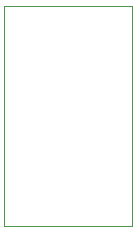
<source format=gbr>
G04 #@! TF.GenerationSoftware,KiCad,Pcbnew,(5.1.4)-1*
G04 #@! TF.CreationDate,2020-12-06T02:09:58+01:00*
G04 #@! TF.ProjectId,Delay Line,44656c61-7920-44c6-996e-652e6b696361,rev?*
G04 #@! TF.SameCoordinates,Original*
G04 #@! TF.FileFunction,Profile,NP*
%FSLAX46Y46*%
G04 Gerber Fmt 4.6, Leading zero omitted, Abs format (unit mm)*
G04 Created by KiCad (PCBNEW (5.1.4)-1) date 2020-12-06 02:09:58*
%MOMM*%
%LPD*%
G04 APERTURE LIST*
%ADD10C,0.050000*%
G04 APERTURE END LIST*
D10*
X143713200Y-85725000D02*
X132842000Y-85725000D01*
X132867400Y-67081400D02*
X143738600Y-67081400D01*
X132842000Y-85725000D02*
X132867400Y-67081400D01*
X143738600Y-67081400D02*
X143713200Y-85725000D01*
M02*

</source>
